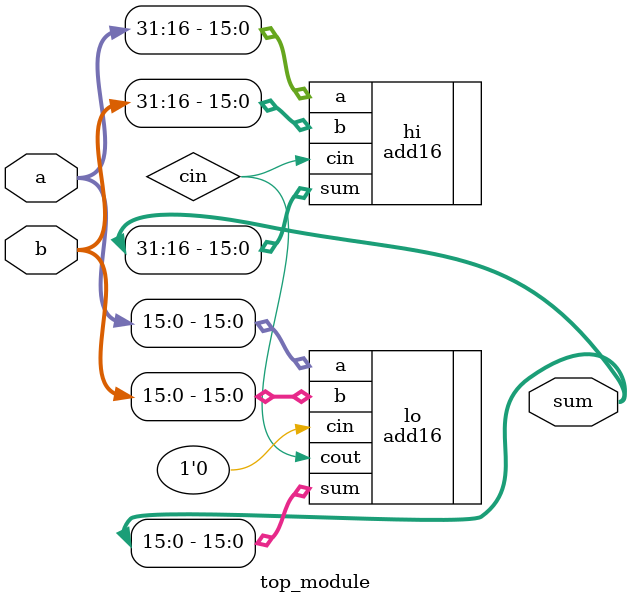
<source format=v>
module top_module(
    input [31:0] a,
    input [31:0] b,
    output [31:0] sum
);
    wire cin;
    add16 lo (.a(a[15:0]),.b(b[15:0]),.cin(1'b0),.sum(sum[15:0]),.cout(cin));
    add16 hi (.a(a[31:16]),.b(b[31:16]),.cin(cin),.sum(sum[31:16]));
endmodule

</source>
